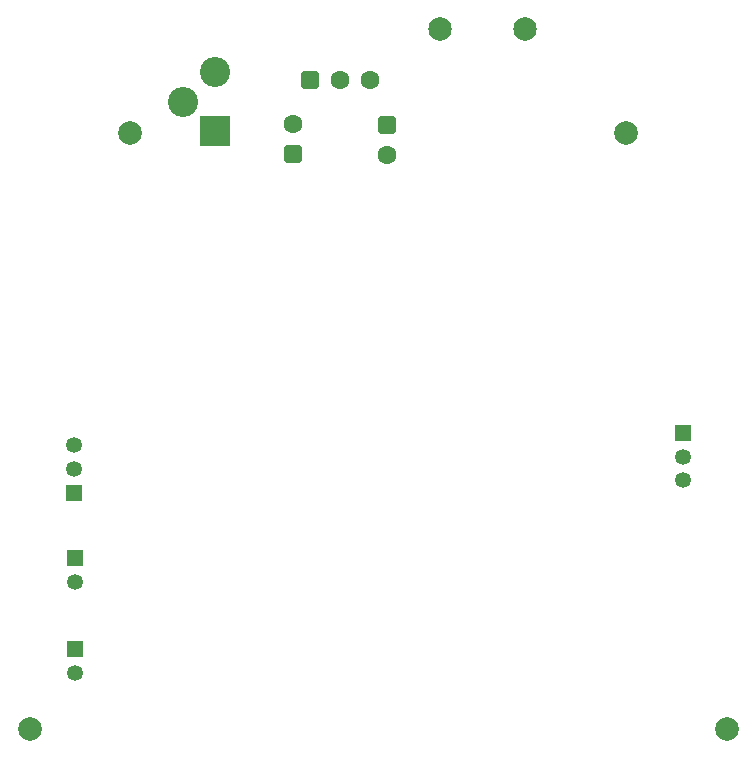
<source format=gbr>
G04*
G04 #@! TF.GenerationSoftware,Altium Limited,Altium Designer,23.8.1 (32)*
G04*
G04 Layer_Color=255*
%FSLAX44Y44*%
%MOMM*%
G71*
G04*
G04 #@! TF.SameCoordinates,B1DDD4D6-6927-4A11-B6FF-346F9E1F7E25*
G04*
G04*
G04 #@! TF.FilePolarity,Positive*
G04*
G01*
G75*
%ADD77R,1.3500X1.3500*%
%ADD78C,1.3500*%
%ADD79C,1.9950*%
G04:AMPARAMS|DCode=80|XSize=1.6mm|YSize=1.6mm|CornerRadius=0.4mm|HoleSize=0mm|Usage=FLASHONLY|Rotation=90.000|XOffset=0mm|YOffset=0mm|HoleType=Round|Shape=RoundedRectangle|*
%AMROUNDEDRECTD80*
21,1,1.6000,0.8000,0,0,90.0*
21,1,0.8000,1.6000,0,0,90.0*
1,1,0.8000,0.4000,0.4000*
1,1,0.8000,0.4000,-0.4000*
1,1,0.8000,-0.4000,-0.4000*
1,1,0.8000,-0.4000,0.4000*
%
%ADD80ROUNDEDRECTD80*%
%ADD81C,1.6000*%
%ADD82C,2.0000*%
%ADD83R,2.5500X2.5500*%
%ADD84C,2.5500*%
G04:AMPARAMS|DCode=85|XSize=1.6mm|YSize=1.6mm|CornerRadius=0.4mm|HoleSize=0mm|Usage=FLASHONLY|Rotation=0.000|XOffset=0mm|YOffset=0mm|HoleType=Round|Shape=RoundedRectangle|*
%AMROUNDEDRECTD85*
21,1,1.6000,0.8000,0,0,0.0*
21,1,0.8000,1.6000,0,0,0.0*
1,1,0.8000,0.4000,-0.4000*
1,1,0.8000,-0.4000,-0.4000*
1,1,0.8000,-0.4000,0.4000*
1,1,0.8000,0.4000,0.4000*
%
%ADD85ROUNDEDRECTD85*%
D77*
X68580Y97790D02*
D03*
Y174940D02*
D03*
X582930Y280670D02*
D03*
X67310Y230190D02*
D03*
D78*
X68580Y77790D02*
D03*
Y154940D02*
D03*
X582930Y240670D02*
D03*
Y260670D02*
D03*
X67310Y250190D02*
D03*
Y270190D02*
D03*
D79*
X449100Y622430D02*
D03*
X377600D02*
D03*
D80*
X252560Y516620D02*
D03*
X332500Y541770D02*
D03*
D81*
X252560Y542020D02*
D03*
X317960Y579320D02*
D03*
X292560D02*
D03*
X332500Y516370D02*
D03*
D82*
X620000Y30000D02*
D03*
X30000D02*
D03*
X535000Y535000D02*
D03*
X115000D02*
D03*
D83*
X186450Y536220D02*
D03*
D84*
X159450Y561220D02*
D03*
X186450Y586220D02*
D03*
D85*
X267160Y579320D02*
D03*
M02*

</source>
